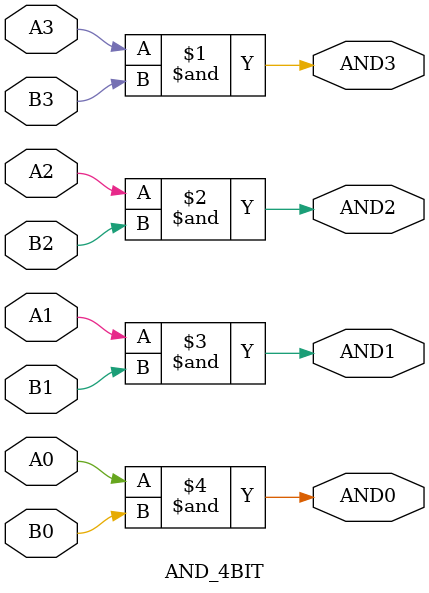
<source format=v>
/*
Lab7
Name: Houston/Segal
Date: 02-20-2014
Title: 4-bit AND logic function in Verilog Data Flow method
*/
module AND_4BIT(A3,A2,A1,A0,B3,B2,B1,B0,AND3,AND2,AND1,AND0);
input A3,A2,A1,A0,B3,B2,B1,B0;
output AND3,AND2,AND1,AND0;

assign AND3 = A3 & B3;
assign AND2 = A2 & B2;
assign AND1 = A1 & B1;
assign AND0 = A0 & B0;
endmodule

</source>
